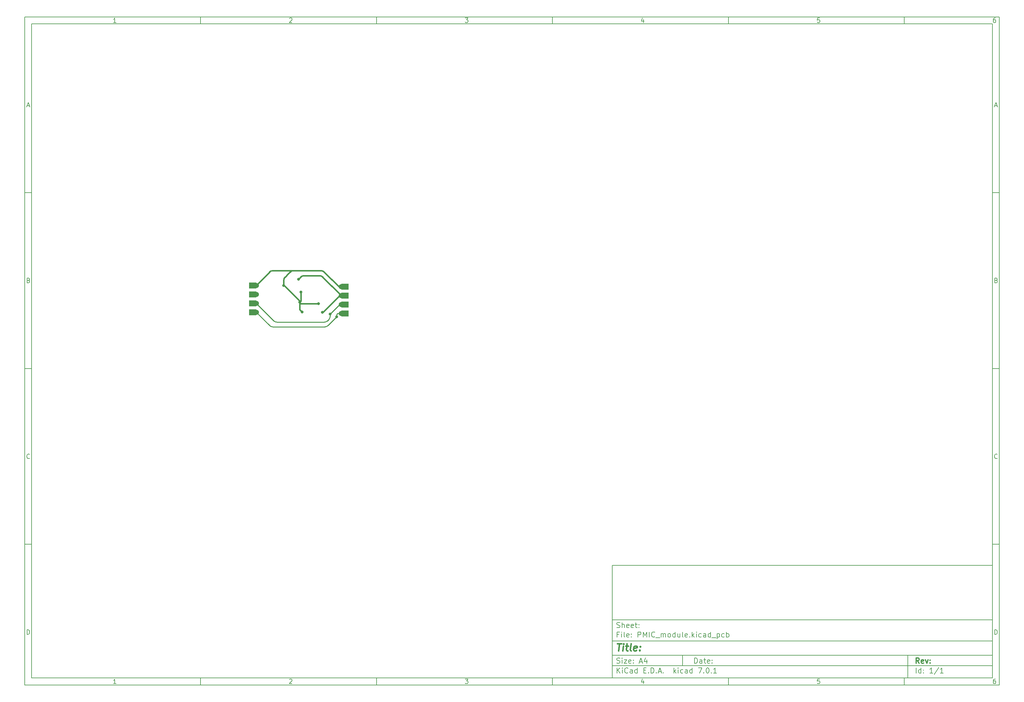
<source format=gbr>
%TF.GenerationSoftware,KiCad,Pcbnew,7.0.1*%
%TF.CreationDate,2023-09-22T10:39:05-04:00*%
%TF.ProjectId,PMIC_module,504d4943-5f6d-46f6-9475-6c652e6b6963,rev?*%
%TF.SameCoordinates,Original*%
%TF.FileFunction,Copper,L2,Bot*%
%TF.FilePolarity,Positive*%
%FSLAX46Y46*%
G04 Gerber Fmt 4.6, Leading zero omitted, Abs format (unit mm)*
G04 Created by KiCad (PCBNEW 7.0.1) date 2023-09-22 10:39:05*
%MOMM*%
%LPD*%
G01*
G04 APERTURE LIST*
%ADD10C,0.100000*%
%ADD11C,0.150000*%
%ADD12C,0.300000*%
%ADD13C,0.400000*%
%TA.AperFunction,ComponentPad*%
%ADD14C,1.524000*%
%TD*%
%TA.AperFunction,CastellatedPad*%
%ADD15R,2.000000X1.700000*%
%TD*%
%TA.AperFunction,ViaPad*%
%ADD16C,0.800000*%
%TD*%
%TA.AperFunction,Conductor*%
%ADD17C,0.406400*%
%TD*%
%TA.AperFunction,Conductor*%
%ADD18C,0.250000*%
%TD*%
G04 APERTURE END LIST*
D10*
D11*
X177002200Y-166007200D02*
X285002200Y-166007200D01*
X285002200Y-198007200D01*
X177002200Y-198007200D01*
X177002200Y-166007200D01*
D10*
D11*
X10000000Y-10000000D02*
X287002200Y-10000000D01*
X287002200Y-200007200D01*
X10000000Y-200007200D01*
X10000000Y-10000000D01*
D10*
D11*
X12000000Y-12000000D02*
X285002200Y-12000000D01*
X285002200Y-198007200D01*
X12000000Y-198007200D01*
X12000000Y-12000000D01*
D10*
D11*
X60000000Y-12000000D02*
X60000000Y-10000000D01*
D10*
D11*
X110000000Y-12000000D02*
X110000000Y-10000000D01*
D10*
D11*
X160000000Y-12000000D02*
X160000000Y-10000000D01*
D10*
D11*
X210000000Y-12000000D02*
X210000000Y-10000000D01*
D10*
D11*
X260000000Y-12000000D02*
X260000000Y-10000000D01*
D10*
D11*
X35990476Y-11601404D02*
X35247619Y-11601404D01*
X35619047Y-11601404D02*
X35619047Y-10301404D01*
X35619047Y-10301404D02*
X35495238Y-10487119D01*
X35495238Y-10487119D02*
X35371428Y-10610928D01*
X35371428Y-10610928D02*
X35247619Y-10672833D01*
D10*
D11*
X85247619Y-10425214D02*
X85309523Y-10363309D01*
X85309523Y-10363309D02*
X85433333Y-10301404D01*
X85433333Y-10301404D02*
X85742857Y-10301404D01*
X85742857Y-10301404D02*
X85866666Y-10363309D01*
X85866666Y-10363309D02*
X85928571Y-10425214D01*
X85928571Y-10425214D02*
X85990476Y-10549023D01*
X85990476Y-10549023D02*
X85990476Y-10672833D01*
X85990476Y-10672833D02*
X85928571Y-10858547D01*
X85928571Y-10858547D02*
X85185714Y-11601404D01*
X85185714Y-11601404D02*
X85990476Y-11601404D01*
D10*
D11*
X135185714Y-10301404D02*
X135990476Y-10301404D01*
X135990476Y-10301404D02*
X135557142Y-10796642D01*
X135557142Y-10796642D02*
X135742857Y-10796642D01*
X135742857Y-10796642D02*
X135866666Y-10858547D01*
X135866666Y-10858547D02*
X135928571Y-10920452D01*
X135928571Y-10920452D02*
X135990476Y-11044261D01*
X135990476Y-11044261D02*
X135990476Y-11353785D01*
X135990476Y-11353785D02*
X135928571Y-11477595D01*
X135928571Y-11477595D02*
X135866666Y-11539500D01*
X135866666Y-11539500D02*
X135742857Y-11601404D01*
X135742857Y-11601404D02*
X135371428Y-11601404D01*
X135371428Y-11601404D02*
X135247619Y-11539500D01*
X135247619Y-11539500D02*
X135185714Y-11477595D01*
D10*
D11*
X185866666Y-10734738D02*
X185866666Y-11601404D01*
X185557142Y-10239500D02*
X185247619Y-11168071D01*
X185247619Y-11168071D02*
X186052380Y-11168071D01*
D10*
D11*
X235928571Y-10301404D02*
X235309523Y-10301404D01*
X235309523Y-10301404D02*
X235247619Y-10920452D01*
X235247619Y-10920452D02*
X235309523Y-10858547D01*
X235309523Y-10858547D02*
X235433333Y-10796642D01*
X235433333Y-10796642D02*
X235742857Y-10796642D01*
X235742857Y-10796642D02*
X235866666Y-10858547D01*
X235866666Y-10858547D02*
X235928571Y-10920452D01*
X235928571Y-10920452D02*
X235990476Y-11044261D01*
X235990476Y-11044261D02*
X235990476Y-11353785D01*
X235990476Y-11353785D02*
X235928571Y-11477595D01*
X235928571Y-11477595D02*
X235866666Y-11539500D01*
X235866666Y-11539500D02*
X235742857Y-11601404D01*
X235742857Y-11601404D02*
X235433333Y-11601404D01*
X235433333Y-11601404D02*
X235309523Y-11539500D01*
X235309523Y-11539500D02*
X235247619Y-11477595D01*
D10*
D11*
X285866666Y-10301404D02*
X285619047Y-10301404D01*
X285619047Y-10301404D02*
X285495238Y-10363309D01*
X285495238Y-10363309D02*
X285433333Y-10425214D01*
X285433333Y-10425214D02*
X285309523Y-10610928D01*
X285309523Y-10610928D02*
X285247619Y-10858547D01*
X285247619Y-10858547D02*
X285247619Y-11353785D01*
X285247619Y-11353785D02*
X285309523Y-11477595D01*
X285309523Y-11477595D02*
X285371428Y-11539500D01*
X285371428Y-11539500D02*
X285495238Y-11601404D01*
X285495238Y-11601404D02*
X285742857Y-11601404D01*
X285742857Y-11601404D02*
X285866666Y-11539500D01*
X285866666Y-11539500D02*
X285928571Y-11477595D01*
X285928571Y-11477595D02*
X285990476Y-11353785D01*
X285990476Y-11353785D02*
X285990476Y-11044261D01*
X285990476Y-11044261D02*
X285928571Y-10920452D01*
X285928571Y-10920452D02*
X285866666Y-10858547D01*
X285866666Y-10858547D02*
X285742857Y-10796642D01*
X285742857Y-10796642D02*
X285495238Y-10796642D01*
X285495238Y-10796642D02*
X285371428Y-10858547D01*
X285371428Y-10858547D02*
X285309523Y-10920452D01*
X285309523Y-10920452D02*
X285247619Y-11044261D01*
D10*
D11*
X60000000Y-198007200D02*
X60000000Y-200007200D01*
D10*
D11*
X110000000Y-198007200D02*
X110000000Y-200007200D01*
D10*
D11*
X160000000Y-198007200D02*
X160000000Y-200007200D01*
D10*
D11*
X210000000Y-198007200D02*
X210000000Y-200007200D01*
D10*
D11*
X260000000Y-198007200D02*
X260000000Y-200007200D01*
D10*
D11*
X35990476Y-199608604D02*
X35247619Y-199608604D01*
X35619047Y-199608604D02*
X35619047Y-198308604D01*
X35619047Y-198308604D02*
X35495238Y-198494319D01*
X35495238Y-198494319D02*
X35371428Y-198618128D01*
X35371428Y-198618128D02*
X35247619Y-198680033D01*
D10*
D11*
X85247619Y-198432414D02*
X85309523Y-198370509D01*
X85309523Y-198370509D02*
X85433333Y-198308604D01*
X85433333Y-198308604D02*
X85742857Y-198308604D01*
X85742857Y-198308604D02*
X85866666Y-198370509D01*
X85866666Y-198370509D02*
X85928571Y-198432414D01*
X85928571Y-198432414D02*
X85990476Y-198556223D01*
X85990476Y-198556223D02*
X85990476Y-198680033D01*
X85990476Y-198680033D02*
X85928571Y-198865747D01*
X85928571Y-198865747D02*
X85185714Y-199608604D01*
X85185714Y-199608604D02*
X85990476Y-199608604D01*
D10*
D11*
X135185714Y-198308604D02*
X135990476Y-198308604D01*
X135990476Y-198308604D02*
X135557142Y-198803842D01*
X135557142Y-198803842D02*
X135742857Y-198803842D01*
X135742857Y-198803842D02*
X135866666Y-198865747D01*
X135866666Y-198865747D02*
X135928571Y-198927652D01*
X135928571Y-198927652D02*
X135990476Y-199051461D01*
X135990476Y-199051461D02*
X135990476Y-199360985D01*
X135990476Y-199360985D02*
X135928571Y-199484795D01*
X135928571Y-199484795D02*
X135866666Y-199546700D01*
X135866666Y-199546700D02*
X135742857Y-199608604D01*
X135742857Y-199608604D02*
X135371428Y-199608604D01*
X135371428Y-199608604D02*
X135247619Y-199546700D01*
X135247619Y-199546700D02*
X135185714Y-199484795D01*
D10*
D11*
X185866666Y-198741938D02*
X185866666Y-199608604D01*
X185557142Y-198246700D02*
X185247619Y-199175271D01*
X185247619Y-199175271D02*
X186052380Y-199175271D01*
D10*
D11*
X235928571Y-198308604D02*
X235309523Y-198308604D01*
X235309523Y-198308604D02*
X235247619Y-198927652D01*
X235247619Y-198927652D02*
X235309523Y-198865747D01*
X235309523Y-198865747D02*
X235433333Y-198803842D01*
X235433333Y-198803842D02*
X235742857Y-198803842D01*
X235742857Y-198803842D02*
X235866666Y-198865747D01*
X235866666Y-198865747D02*
X235928571Y-198927652D01*
X235928571Y-198927652D02*
X235990476Y-199051461D01*
X235990476Y-199051461D02*
X235990476Y-199360985D01*
X235990476Y-199360985D02*
X235928571Y-199484795D01*
X235928571Y-199484795D02*
X235866666Y-199546700D01*
X235866666Y-199546700D02*
X235742857Y-199608604D01*
X235742857Y-199608604D02*
X235433333Y-199608604D01*
X235433333Y-199608604D02*
X235309523Y-199546700D01*
X235309523Y-199546700D02*
X235247619Y-199484795D01*
D10*
D11*
X285866666Y-198308604D02*
X285619047Y-198308604D01*
X285619047Y-198308604D02*
X285495238Y-198370509D01*
X285495238Y-198370509D02*
X285433333Y-198432414D01*
X285433333Y-198432414D02*
X285309523Y-198618128D01*
X285309523Y-198618128D02*
X285247619Y-198865747D01*
X285247619Y-198865747D02*
X285247619Y-199360985D01*
X285247619Y-199360985D02*
X285309523Y-199484795D01*
X285309523Y-199484795D02*
X285371428Y-199546700D01*
X285371428Y-199546700D02*
X285495238Y-199608604D01*
X285495238Y-199608604D02*
X285742857Y-199608604D01*
X285742857Y-199608604D02*
X285866666Y-199546700D01*
X285866666Y-199546700D02*
X285928571Y-199484795D01*
X285928571Y-199484795D02*
X285990476Y-199360985D01*
X285990476Y-199360985D02*
X285990476Y-199051461D01*
X285990476Y-199051461D02*
X285928571Y-198927652D01*
X285928571Y-198927652D02*
X285866666Y-198865747D01*
X285866666Y-198865747D02*
X285742857Y-198803842D01*
X285742857Y-198803842D02*
X285495238Y-198803842D01*
X285495238Y-198803842D02*
X285371428Y-198865747D01*
X285371428Y-198865747D02*
X285309523Y-198927652D01*
X285309523Y-198927652D02*
X285247619Y-199051461D01*
D10*
D11*
X10000000Y-60000000D02*
X12000000Y-60000000D01*
D10*
D11*
X10000000Y-110000000D02*
X12000000Y-110000000D01*
D10*
D11*
X10000000Y-160000000D02*
X12000000Y-160000000D01*
D10*
D11*
X10690476Y-35229976D02*
X11309523Y-35229976D01*
X10566666Y-35601404D02*
X10999999Y-34301404D01*
X10999999Y-34301404D02*
X11433333Y-35601404D01*
D10*
D11*
X11092857Y-84920452D02*
X11278571Y-84982357D01*
X11278571Y-84982357D02*
X11340476Y-85044261D01*
X11340476Y-85044261D02*
X11402380Y-85168071D01*
X11402380Y-85168071D02*
X11402380Y-85353785D01*
X11402380Y-85353785D02*
X11340476Y-85477595D01*
X11340476Y-85477595D02*
X11278571Y-85539500D01*
X11278571Y-85539500D02*
X11154761Y-85601404D01*
X11154761Y-85601404D02*
X10659523Y-85601404D01*
X10659523Y-85601404D02*
X10659523Y-84301404D01*
X10659523Y-84301404D02*
X11092857Y-84301404D01*
X11092857Y-84301404D02*
X11216666Y-84363309D01*
X11216666Y-84363309D02*
X11278571Y-84425214D01*
X11278571Y-84425214D02*
X11340476Y-84549023D01*
X11340476Y-84549023D02*
X11340476Y-84672833D01*
X11340476Y-84672833D02*
X11278571Y-84796642D01*
X11278571Y-84796642D02*
X11216666Y-84858547D01*
X11216666Y-84858547D02*
X11092857Y-84920452D01*
X11092857Y-84920452D02*
X10659523Y-84920452D01*
D10*
D11*
X11402380Y-135477595D02*
X11340476Y-135539500D01*
X11340476Y-135539500D02*
X11154761Y-135601404D01*
X11154761Y-135601404D02*
X11030952Y-135601404D01*
X11030952Y-135601404D02*
X10845238Y-135539500D01*
X10845238Y-135539500D02*
X10721428Y-135415690D01*
X10721428Y-135415690D02*
X10659523Y-135291880D01*
X10659523Y-135291880D02*
X10597619Y-135044261D01*
X10597619Y-135044261D02*
X10597619Y-134858547D01*
X10597619Y-134858547D02*
X10659523Y-134610928D01*
X10659523Y-134610928D02*
X10721428Y-134487119D01*
X10721428Y-134487119D02*
X10845238Y-134363309D01*
X10845238Y-134363309D02*
X11030952Y-134301404D01*
X11030952Y-134301404D02*
X11154761Y-134301404D01*
X11154761Y-134301404D02*
X11340476Y-134363309D01*
X11340476Y-134363309D02*
X11402380Y-134425214D01*
D10*
D11*
X10659523Y-185601404D02*
X10659523Y-184301404D01*
X10659523Y-184301404D02*
X10969047Y-184301404D01*
X10969047Y-184301404D02*
X11154761Y-184363309D01*
X11154761Y-184363309D02*
X11278571Y-184487119D01*
X11278571Y-184487119D02*
X11340476Y-184610928D01*
X11340476Y-184610928D02*
X11402380Y-184858547D01*
X11402380Y-184858547D02*
X11402380Y-185044261D01*
X11402380Y-185044261D02*
X11340476Y-185291880D01*
X11340476Y-185291880D02*
X11278571Y-185415690D01*
X11278571Y-185415690D02*
X11154761Y-185539500D01*
X11154761Y-185539500D02*
X10969047Y-185601404D01*
X10969047Y-185601404D02*
X10659523Y-185601404D01*
D10*
D11*
X287002200Y-60000000D02*
X285002200Y-60000000D01*
D10*
D11*
X287002200Y-110000000D02*
X285002200Y-110000000D01*
D10*
D11*
X287002200Y-160000000D02*
X285002200Y-160000000D01*
D10*
D11*
X285692676Y-35229976D02*
X286311723Y-35229976D01*
X285568866Y-35601404D02*
X286002199Y-34301404D01*
X286002199Y-34301404D02*
X286435533Y-35601404D01*
D10*
D11*
X286095057Y-84920452D02*
X286280771Y-84982357D01*
X286280771Y-84982357D02*
X286342676Y-85044261D01*
X286342676Y-85044261D02*
X286404580Y-85168071D01*
X286404580Y-85168071D02*
X286404580Y-85353785D01*
X286404580Y-85353785D02*
X286342676Y-85477595D01*
X286342676Y-85477595D02*
X286280771Y-85539500D01*
X286280771Y-85539500D02*
X286156961Y-85601404D01*
X286156961Y-85601404D02*
X285661723Y-85601404D01*
X285661723Y-85601404D02*
X285661723Y-84301404D01*
X285661723Y-84301404D02*
X286095057Y-84301404D01*
X286095057Y-84301404D02*
X286218866Y-84363309D01*
X286218866Y-84363309D02*
X286280771Y-84425214D01*
X286280771Y-84425214D02*
X286342676Y-84549023D01*
X286342676Y-84549023D02*
X286342676Y-84672833D01*
X286342676Y-84672833D02*
X286280771Y-84796642D01*
X286280771Y-84796642D02*
X286218866Y-84858547D01*
X286218866Y-84858547D02*
X286095057Y-84920452D01*
X286095057Y-84920452D02*
X285661723Y-84920452D01*
D10*
D11*
X286404580Y-135477595D02*
X286342676Y-135539500D01*
X286342676Y-135539500D02*
X286156961Y-135601404D01*
X286156961Y-135601404D02*
X286033152Y-135601404D01*
X286033152Y-135601404D02*
X285847438Y-135539500D01*
X285847438Y-135539500D02*
X285723628Y-135415690D01*
X285723628Y-135415690D02*
X285661723Y-135291880D01*
X285661723Y-135291880D02*
X285599819Y-135044261D01*
X285599819Y-135044261D02*
X285599819Y-134858547D01*
X285599819Y-134858547D02*
X285661723Y-134610928D01*
X285661723Y-134610928D02*
X285723628Y-134487119D01*
X285723628Y-134487119D02*
X285847438Y-134363309D01*
X285847438Y-134363309D02*
X286033152Y-134301404D01*
X286033152Y-134301404D02*
X286156961Y-134301404D01*
X286156961Y-134301404D02*
X286342676Y-134363309D01*
X286342676Y-134363309D02*
X286404580Y-134425214D01*
D10*
D11*
X285661723Y-185601404D02*
X285661723Y-184301404D01*
X285661723Y-184301404D02*
X285971247Y-184301404D01*
X285971247Y-184301404D02*
X286156961Y-184363309D01*
X286156961Y-184363309D02*
X286280771Y-184487119D01*
X286280771Y-184487119D02*
X286342676Y-184610928D01*
X286342676Y-184610928D02*
X286404580Y-184858547D01*
X286404580Y-184858547D02*
X286404580Y-185044261D01*
X286404580Y-185044261D02*
X286342676Y-185291880D01*
X286342676Y-185291880D02*
X286280771Y-185415690D01*
X286280771Y-185415690D02*
X286156961Y-185539500D01*
X286156961Y-185539500D02*
X285971247Y-185601404D01*
X285971247Y-185601404D02*
X285661723Y-185601404D01*
D10*
D11*
X200359342Y-193801128D02*
X200359342Y-192301128D01*
X200359342Y-192301128D02*
X200716485Y-192301128D01*
X200716485Y-192301128D02*
X200930771Y-192372557D01*
X200930771Y-192372557D02*
X201073628Y-192515414D01*
X201073628Y-192515414D02*
X201145057Y-192658271D01*
X201145057Y-192658271D02*
X201216485Y-192943985D01*
X201216485Y-192943985D02*
X201216485Y-193158271D01*
X201216485Y-193158271D02*
X201145057Y-193443985D01*
X201145057Y-193443985D02*
X201073628Y-193586842D01*
X201073628Y-193586842D02*
X200930771Y-193729700D01*
X200930771Y-193729700D02*
X200716485Y-193801128D01*
X200716485Y-193801128D02*
X200359342Y-193801128D01*
X202502200Y-193801128D02*
X202502200Y-193015414D01*
X202502200Y-193015414D02*
X202430771Y-192872557D01*
X202430771Y-192872557D02*
X202287914Y-192801128D01*
X202287914Y-192801128D02*
X202002200Y-192801128D01*
X202002200Y-192801128D02*
X201859342Y-192872557D01*
X202502200Y-193729700D02*
X202359342Y-193801128D01*
X202359342Y-193801128D02*
X202002200Y-193801128D01*
X202002200Y-193801128D02*
X201859342Y-193729700D01*
X201859342Y-193729700D02*
X201787914Y-193586842D01*
X201787914Y-193586842D02*
X201787914Y-193443985D01*
X201787914Y-193443985D02*
X201859342Y-193301128D01*
X201859342Y-193301128D02*
X202002200Y-193229700D01*
X202002200Y-193229700D02*
X202359342Y-193229700D01*
X202359342Y-193229700D02*
X202502200Y-193158271D01*
X203002200Y-192801128D02*
X203573628Y-192801128D01*
X203216485Y-192301128D02*
X203216485Y-193586842D01*
X203216485Y-193586842D02*
X203287914Y-193729700D01*
X203287914Y-193729700D02*
X203430771Y-193801128D01*
X203430771Y-193801128D02*
X203573628Y-193801128D01*
X204645057Y-193729700D02*
X204502200Y-193801128D01*
X204502200Y-193801128D02*
X204216486Y-193801128D01*
X204216486Y-193801128D02*
X204073628Y-193729700D01*
X204073628Y-193729700D02*
X204002200Y-193586842D01*
X204002200Y-193586842D02*
X204002200Y-193015414D01*
X204002200Y-193015414D02*
X204073628Y-192872557D01*
X204073628Y-192872557D02*
X204216486Y-192801128D01*
X204216486Y-192801128D02*
X204502200Y-192801128D01*
X204502200Y-192801128D02*
X204645057Y-192872557D01*
X204645057Y-192872557D02*
X204716486Y-193015414D01*
X204716486Y-193015414D02*
X204716486Y-193158271D01*
X204716486Y-193158271D02*
X204002200Y-193301128D01*
X205359342Y-193658271D02*
X205430771Y-193729700D01*
X205430771Y-193729700D02*
X205359342Y-193801128D01*
X205359342Y-193801128D02*
X205287914Y-193729700D01*
X205287914Y-193729700D02*
X205359342Y-193658271D01*
X205359342Y-193658271D02*
X205359342Y-193801128D01*
X205359342Y-192872557D02*
X205430771Y-192943985D01*
X205430771Y-192943985D02*
X205359342Y-193015414D01*
X205359342Y-193015414D02*
X205287914Y-192943985D01*
X205287914Y-192943985D02*
X205359342Y-192872557D01*
X205359342Y-192872557D02*
X205359342Y-193015414D01*
D10*
D11*
X177002200Y-194507200D02*
X285002200Y-194507200D01*
D10*
D11*
X178359342Y-196601128D02*
X178359342Y-195101128D01*
X179216485Y-196601128D02*
X178573628Y-195743985D01*
X179216485Y-195101128D02*
X178359342Y-195958271D01*
X179859342Y-196601128D02*
X179859342Y-195601128D01*
X179859342Y-195101128D02*
X179787914Y-195172557D01*
X179787914Y-195172557D02*
X179859342Y-195243985D01*
X179859342Y-195243985D02*
X179930771Y-195172557D01*
X179930771Y-195172557D02*
X179859342Y-195101128D01*
X179859342Y-195101128D02*
X179859342Y-195243985D01*
X181430771Y-196458271D02*
X181359343Y-196529700D01*
X181359343Y-196529700D02*
X181145057Y-196601128D01*
X181145057Y-196601128D02*
X181002200Y-196601128D01*
X181002200Y-196601128D02*
X180787914Y-196529700D01*
X180787914Y-196529700D02*
X180645057Y-196386842D01*
X180645057Y-196386842D02*
X180573628Y-196243985D01*
X180573628Y-196243985D02*
X180502200Y-195958271D01*
X180502200Y-195958271D02*
X180502200Y-195743985D01*
X180502200Y-195743985D02*
X180573628Y-195458271D01*
X180573628Y-195458271D02*
X180645057Y-195315414D01*
X180645057Y-195315414D02*
X180787914Y-195172557D01*
X180787914Y-195172557D02*
X181002200Y-195101128D01*
X181002200Y-195101128D02*
X181145057Y-195101128D01*
X181145057Y-195101128D02*
X181359343Y-195172557D01*
X181359343Y-195172557D02*
X181430771Y-195243985D01*
X182716486Y-196601128D02*
X182716486Y-195815414D01*
X182716486Y-195815414D02*
X182645057Y-195672557D01*
X182645057Y-195672557D02*
X182502200Y-195601128D01*
X182502200Y-195601128D02*
X182216486Y-195601128D01*
X182216486Y-195601128D02*
X182073628Y-195672557D01*
X182716486Y-196529700D02*
X182573628Y-196601128D01*
X182573628Y-196601128D02*
X182216486Y-196601128D01*
X182216486Y-196601128D02*
X182073628Y-196529700D01*
X182073628Y-196529700D02*
X182002200Y-196386842D01*
X182002200Y-196386842D02*
X182002200Y-196243985D01*
X182002200Y-196243985D02*
X182073628Y-196101128D01*
X182073628Y-196101128D02*
X182216486Y-196029700D01*
X182216486Y-196029700D02*
X182573628Y-196029700D01*
X182573628Y-196029700D02*
X182716486Y-195958271D01*
X184073629Y-196601128D02*
X184073629Y-195101128D01*
X184073629Y-196529700D02*
X183930771Y-196601128D01*
X183930771Y-196601128D02*
X183645057Y-196601128D01*
X183645057Y-196601128D02*
X183502200Y-196529700D01*
X183502200Y-196529700D02*
X183430771Y-196458271D01*
X183430771Y-196458271D02*
X183359343Y-196315414D01*
X183359343Y-196315414D02*
X183359343Y-195886842D01*
X183359343Y-195886842D02*
X183430771Y-195743985D01*
X183430771Y-195743985D02*
X183502200Y-195672557D01*
X183502200Y-195672557D02*
X183645057Y-195601128D01*
X183645057Y-195601128D02*
X183930771Y-195601128D01*
X183930771Y-195601128D02*
X184073629Y-195672557D01*
X185930771Y-195815414D02*
X186430771Y-195815414D01*
X186645057Y-196601128D02*
X185930771Y-196601128D01*
X185930771Y-196601128D02*
X185930771Y-195101128D01*
X185930771Y-195101128D02*
X186645057Y-195101128D01*
X187287914Y-196458271D02*
X187359343Y-196529700D01*
X187359343Y-196529700D02*
X187287914Y-196601128D01*
X187287914Y-196601128D02*
X187216486Y-196529700D01*
X187216486Y-196529700D02*
X187287914Y-196458271D01*
X187287914Y-196458271D02*
X187287914Y-196601128D01*
X188002200Y-196601128D02*
X188002200Y-195101128D01*
X188002200Y-195101128D02*
X188359343Y-195101128D01*
X188359343Y-195101128D02*
X188573629Y-195172557D01*
X188573629Y-195172557D02*
X188716486Y-195315414D01*
X188716486Y-195315414D02*
X188787915Y-195458271D01*
X188787915Y-195458271D02*
X188859343Y-195743985D01*
X188859343Y-195743985D02*
X188859343Y-195958271D01*
X188859343Y-195958271D02*
X188787915Y-196243985D01*
X188787915Y-196243985D02*
X188716486Y-196386842D01*
X188716486Y-196386842D02*
X188573629Y-196529700D01*
X188573629Y-196529700D02*
X188359343Y-196601128D01*
X188359343Y-196601128D02*
X188002200Y-196601128D01*
X189502200Y-196458271D02*
X189573629Y-196529700D01*
X189573629Y-196529700D02*
X189502200Y-196601128D01*
X189502200Y-196601128D02*
X189430772Y-196529700D01*
X189430772Y-196529700D02*
X189502200Y-196458271D01*
X189502200Y-196458271D02*
X189502200Y-196601128D01*
X190145058Y-196172557D02*
X190859344Y-196172557D01*
X190002201Y-196601128D02*
X190502201Y-195101128D01*
X190502201Y-195101128D02*
X191002201Y-196601128D01*
X191502200Y-196458271D02*
X191573629Y-196529700D01*
X191573629Y-196529700D02*
X191502200Y-196601128D01*
X191502200Y-196601128D02*
X191430772Y-196529700D01*
X191430772Y-196529700D02*
X191502200Y-196458271D01*
X191502200Y-196458271D02*
X191502200Y-196601128D01*
X194502200Y-196601128D02*
X194502200Y-195101128D01*
X194645058Y-196029700D02*
X195073629Y-196601128D01*
X195073629Y-195601128D02*
X194502200Y-196172557D01*
X195716486Y-196601128D02*
X195716486Y-195601128D01*
X195716486Y-195101128D02*
X195645058Y-195172557D01*
X195645058Y-195172557D02*
X195716486Y-195243985D01*
X195716486Y-195243985D02*
X195787915Y-195172557D01*
X195787915Y-195172557D02*
X195716486Y-195101128D01*
X195716486Y-195101128D02*
X195716486Y-195243985D01*
X197073630Y-196529700D02*
X196930772Y-196601128D01*
X196930772Y-196601128D02*
X196645058Y-196601128D01*
X196645058Y-196601128D02*
X196502201Y-196529700D01*
X196502201Y-196529700D02*
X196430772Y-196458271D01*
X196430772Y-196458271D02*
X196359344Y-196315414D01*
X196359344Y-196315414D02*
X196359344Y-195886842D01*
X196359344Y-195886842D02*
X196430772Y-195743985D01*
X196430772Y-195743985D02*
X196502201Y-195672557D01*
X196502201Y-195672557D02*
X196645058Y-195601128D01*
X196645058Y-195601128D02*
X196930772Y-195601128D01*
X196930772Y-195601128D02*
X197073630Y-195672557D01*
X198359344Y-196601128D02*
X198359344Y-195815414D01*
X198359344Y-195815414D02*
X198287915Y-195672557D01*
X198287915Y-195672557D02*
X198145058Y-195601128D01*
X198145058Y-195601128D02*
X197859344Y-195601128D01*
X197859344Y-195601128D02*
X197716486Y-195672557D01*
X198359344Y-196529700D02*
X198216486Y-196601128D01*
X198216486Y-196601128D02*
X197859344Y-196601128D01*
X197859344Y-196601128D02*
X197716486Y-196529700D01*
X197716486Y-196529700D02*
X197645058Y-196386842D01*
X197645058Y-196386842D02*
X197645058Y-196243985D01*
X197645058Y-196243985D02*
X197716486Y-196101128D01*
X197716486Y-196101128D02*
X197859344Y-196029700D01*
X197859344Y-196029700D02*
X198216486Y-196029700D01*
X198216486Y-196029700D02*
X198359344Y-195958271D01*
X199716487Y-196601128D02*
X199716487Y-195101128D01*
X199716487Y-196529700D02*
X199573629Y-196601128D01*
X199573629Y-196601128D02*
X199287915Y-196601128D01*
X199287915Y-196601128D02*
X199145058Y-196529700D01*
X199145058Y-196529700D02*
X199073629Y-196458271D01*
X199073629Y-196458271D02*
X199002201Y-196315414D01*
X199002201Y-196315414D02*
X199002201Y-195886842D01*
X199002201Y-195886842D02*
X199073629Y-195743985D01*
X199073629Y-195743985D02*
X199145058Y-195672557D01*
X199145058Y-195672557D02*
X199287915Y-195601128D01*
X199287915Y-195601128D02*
X199573629Y-195601128D01*
X199573629Y-195601128D02*
X199716487Y-195672557D01*
X201430772Y-195101128D02*
X202430772Y-195101128D01*
X202430772Y-195101128D02*
X201787915Y-196601128D01*
X203002200Y-196458271D02*
X203073629Y-196529700D01*
X203073629Y-196529700D02*
X203002200Y-196601128D01*
X203002200Y-196601128D02*
X202930772Y-196529700D01*
X202930772Y-196529700D02*
X203002200Y-196458271D01*
X203002200Y-196458271D02*
X203002200Y-196601128D01*
X204002201Y-195101128D02*
X204145058Y-195101128D01*
X204145058Y-195101128D02*
X204287915Y-195172557D01*
X204287915Y-195172557D02*
X204359344Y-195243985D01*
X204359344Y-195243985D02*
X204430772Y-195386842D01*
X204430772Y-195386842D02*
X204502201Y-195672557D01*
X204502201Y-195672557D02*
X204502201Y-196029700D01*
X204502201Y-196029700D02*
X204430772Y-196315414D01*
X204430772Y-196315414D02*
X204359344Y-196458271D01*
X204359344Y-196458271D02*
X204287915Y-196529700D01*
X204287915Y-196529700D02*
X204145058Y-196601128D01*
X204145058Y-196601128D02*
X204002201Y-196601128D01*
X204002201Y-196601128D02*
X203859344Y-196529700D01*
X203859344Y-196529700D02*
X203787915Y-196458271D01*
X203787915Y-196458271D02*
X203716486Y-196315414D01*
X203716486Y-196315414D02*
X203645058Y-196029700D01*
X203645058Y-196029700D02*
X203645058Y-195672557D01*
X203645058Y-195672557D02*
X203716486Y-195386842D01*
X203716486Y-195386842D02*
X203787915Y-195243985D01*
X203787915Y-195243985D02*
X203859344Y-195172557D01*
X203859344Y-195172557D02*
X204002201Y-195101128D01*
X205145057Y-196458271D02*
X205216486Y-196529700D01*
X205216486Y-196529700D02*
X205145057Y-196601128D01*
X205145057Y-196601128D02*
X205073629Y-196529700D01*
X205073629Y-196529700D02*
X205145057Y-196458271D01*
X205145057Y-196458271D02*
X205145057Y-196601128D01*
X206645058Y-196601128D02*
X205787915Y-196601128D01*
X206216486Y-196601128D02*
X206216486Y-195101128D01*
X206216486Y-195101128D02*
X206073629Y-195315414D01*
X206073629Y-195315414D02*
X205930772Y-195458271D01*
X205930772Y-195458271D02*
X205787915Y-195529700D01*
D10*
D11*
X177002200Y-191507200D02*
X285002200Y-191507200D01*
D10*
D12*
X264216485Y-193801128D02*
X263716485Y-193086842D01*
X263359342Y-193801128D02*
X263359342Y-192301128D01*
X263359342Y-192301128D02*
X263930771Y-192301128D01*
X263930771Y-192301128D02*
X264073628Y-192372557D01*
X264073628Y-192372557D02*
X264145057Y-192443985D01*
X264145057Y-192443985D02*
X264216485Y-192586842D01*
X264216485Y-192586842D02*
X264216485Y-192801128D01*
X264216485Y-192801128D02*
X264145057Y-192943985D01*
X264145057Y-192943985D02*
X264073628Y-193015414D01*
X264073628Y-193015414D02*
X263930771Y-193086842D01*
X263930771Y-193086842D02*
X263359342Y-193086842D01*
X265430771Y-193729700D02*
X265287914Y-193801128D01*
X265287914Y-193801128D02*
X265002200Y-193801128D01*
X265002200Y-193801128D02*
X264859342Y-193729700D01*
X264859342Y-193729700D02*
X264787914Y-193586842D01*
X264787914Y-193586842D02*
X264787914Y-193015414D01*
X264787914Y-193015414D02*
X264859342Y-192872557D01*
X264859342Y-192872557D02*
X265002200Y-192801128D01*
X265002200Y-192801128D02*
X265287914Y-192801128D01*
X265287914Y-192801128D02*
X265430771Y-192872557D01*
X265430771Y-192872557D02*
X265502200Y-193015414D01*
X265502200Y-193015414D02*
X265502200Y-193158271D01*
X265502200Y-193158271D02*
X264787914Y-193301128D01*
X266002199Y-192801128D02*
X266359342Y-193801128D01*
X266359342Y-193801128D02*
X266716485Y-192801128D01*
X267287913Y-193658271D02*
X267359342Y-193729700D01*
X267359342Y-193729700D02*
X267287913Y-193801128D01*
X267287913Y-193801128D02*
X267216485Y-193729700D01*
X267216485Y-193729700D02*
X267287913Y-193658271D01*
X267287913Y-193658271D02*
X267287913Y-193801128D01*
X267287913Y-192872557D02*
X267359342Y-192943985D01*
X267359342Y-192943985D02*
X267287913Y-193015414D01*
X267287913Y-193015414D02*
X267216485Y-192943985D01*
X267216485Y-192943985D02*
X267287913Y-192872557D01*
X267287913Y-192872557D02*
X267287913Y-193015414D01*
D10*
D11*
X178287914Y-193729700D02*
X178502200Y-193801128D01*
X178502200Y-193801128D02*
X178859342Y-193801128D01*
X178859342Y-193801128D02*
X179002200Y-193729700D01*
X179002200Y-193729700D02*
X179073628Y-193658271D01*
X179073628Y-193658271D02*
X179145057Y-193515414D01*
X179145057Y-193515414D02*
X179145057Y-193372557D01*
X179145057Y-193372557D02*
X179073628Y-193229700D01*
X179073628Y-193229700D02*
X179002200Y-193158271D01*
X179002200Y-193158271D02*
X178859342Y-193086842D01*
X178859342Y-193086842D02*
X178573628Y-193015414D01*
X178573628Y-193015414D02*
X178430771Y-192943985D01*
X178430771Y-192943985D02*
X178359342Y-192872557D01*
X178359342Y-192872557D02*
X178287914Y-192729700D01*
X178287914Y-192729700D02*
X178287914Y-192586842D01*
X178287914Y-192586842D02*
X178359342Y-192443985D01*
X178359342Y-192443985D02*
X178430771Y-192372557D01*
X178430771Y-192372557D02*
X178573628Y-192301128D01*
X178573628Y-192301128D02*
X178930771Y-192301128D01*
X178930771Y-192301128D02*
X179145057Y-192372557D01*
X179787913Y-193801128D02*
X179787913Y-192801128D01*
X179787913Y-192301128D02*
X179716485Y-192372557D01*
X179716485Y-192372557D02*
X179787913Y-192443985D01*
X179787913Y-192443985D02*
X179859342Y-192372557D01*
X179859342Y-192372557D02*
X179787913Y-192301128D01*
X179787913Y-192301128D02*
X179787913Y-192443985D01*
X180359342Y-192801128D02*
X181145057Y-192801128D01*
X181145057Y-192801128D02*
X180359342Y-193801128D01*
X180359342Y-193801128D02*
X181145057Y-193801128D01*
X182287914Y-193729700D02*
X182145057Y-193801128D01*
X182145057Y-193801128D02*
X181859343Y-193801128D01*
X181859343Y-193801128D02*
X181716485Y-193729700D01*
X181716485Y-193729700D02*
X181645057Y-193586842D01*
X181645057Y-193586842D02*
X181645057Y-193015414D01*
X181645057Y-193015414D02*
X181716485Y-192872557D01*
X181716485Y-192872557D02*
X181859343Y-192801128D01*
X181859343Y-192801128D02*
X182145057Y-192801128D01*
X182145057Y-192801128D02*
X182287914Y-192872557D01*
X182287914Y-192872557D02*
X182359343Y-193015414D01*
X182359343Y-193015414D02*
X182359343Y-193158271D01*
X182359343Y-193158271D02*
X181645057Y-193301128D01*
X183002199Y-193658271D02*
X183073628Y-193729700D01*
X183073628Y-193729700D02*
X183002199Y-193801128D01*
X183002199Y-193801128D02*
X182930771Y-193729700D01*
X182930771Y-193729700D02*
X183002199Y-193658271D01*
X183002199Y-193658271D02*
X183002199Y-193801128D01*
X183002199Y-192872557D02*
X183073628Y-192943985D01*
X183073628Y-192943985D02*
X183002199Y-193015414D01*
X183002199Y-193015414D02*
X182930771Y-192943985D01*
X182930771Y-192943985D02*
X183002199Y-192872557D01*
X183002199Y-192872557D02*
X183002199Y-193015414D01*
X184787914Y-193372557D02*
X185502200Y-193372557D01*
X184645057Y-193801128D02*
X185145057Y-192301128D01*
X185145057Y-192301128D02*
X185645057Y-193801128D01*
X186787914Y-192801128D02*
X186787914Y-193801128D01*
X186430771Y-192229700D02*
X186073628Y-193301128D01*
X186073628Y-193301128D02*
X187002199Y-193301128D01*
D10*
D11*
X263359342Y-196601128D02*
X263359342Y-195101128D01*
X264716486Y-196601128D02*
X264716486Y-195101128D01*
X264716486Y-196529700D02*
X264573628Y-196601128D01*
X264573628Y-196601128D02*
X264287914Y-196601128D01*
X264287914Y-196601128D02*
X264145057Y-196529700D01*
X264145057Y-196529700D02*
X264073628Y-196458271D01*
X264073628Y-196458271D02*
X264002200Y-196315414D01*
X264002200Y-196315414D02*
X264002200Y-195886842D01*
X264002200Y-195886842D02*
X264073628Y-195743985D01*
X264073628Y-195743985D02*
X264145057Y-195672557D01*
X264145057Y-195672557D02*
X264287914Y-195601128D01*
X264287914Y-195601128D02*
X264573628Y-195601128D01*
X264573628Y-195601128D02*
X264716486Y-195672557D01*
X265430771Y-196458271D02*
X265502200Y-196529700D01*
X265502200Y-196529700D02*
X265430771Y-196601128D01*
X265430771Y-196601128D02*
X265359343Y-196529700D01*
X265359343Y-196529700D02*
X265430771Y-196458271D01*
X265430771Y-196458271D02*
X265430771Y-196601128D01*
X265430771Y-195672557D02*
X265502200Y-195743985D01*
X265502200Y-195743985D02*
X265430771Y-195815414D01*
X265430771Y-195815414D02*
X265359343Y-195743985D01*
X265359343Y-195743985D02*
X265430771Y-195672557D01*
X265430771Y-195672557D02*
X265430771Y-195815414D01*
X268073629Y-196601128D02*
X267216486Y-196601128D01*
X267645057Y-196601128D02*
X267645057Y-195101128D01*
X267645057Y-195101128D02*
X267502200Y-195315414D01*
X267502200Y-195315414D02*
X267359343Y-195458271D01*
X267359343Y-195458271D02*
X267216486Y-195529700D01*
X269787914Y-195029700D02*
X268502200Y-196958271D01*
X271073629Y-196601128D02*
X270216486Y-196601128D01*
X270645057Y-196601128D02*
X270645057Y-195101128D01*
X270645057Y-195101128D02*
X270502200Y-195315414D01*
X270502200Y-195315414D02*
X270359343Y-195458271D01*
X270359343Y-195458271D02*
X270216486Y-195529700D01*
D10*
D11*
X177002200Y-187507200D02*
X285002200Y-187507200D01*
D10*
D13*
X178430771Y-188232438D02*
X179573628Y-188232438D01*
X178752200Y-190232438D02*
X179002200Y-188232438D01*
X179978390Y-190232438D02*
X180145057Y-188899104D01*
X180228390Y-188232438D02*
X180121247Y-188327676D01*
X180121247Y-188327676D02*
X180204581Y-188422914D01*
X180204581Y-188422914D02*
X180311724Y-188327676D01*
X180311724Y-188327676D02*
X180228390Y-188232438D01*
X180228390Y-188232438D02*
X180204581Y-188422914D01*
X180799819Y-188899104D02*
X181561723Y-188899104D01*
X181168866Y-188232438D02*
X180954581Y-189946723D01*
X180954581Y-189946723D02*
X181026009Y-190137200D01*
X181026009Y-190137200D02*
X181204581Y-190232438D01*
X181204581Y-190232438D02*
X181395057Y-190232438D01*
X182335533Y-190232438D02*
X182156961Y-190137200D01*
X182156961Y-190137200D02*
X182085533Y-189946723D01*
X182085533Y-189946723D02*
X182299818Y-188232438D01*
X183859342Y-190137200D02*
X183656961Y-190232438D01*
X183656961Y-190232438D02*
X183276008Y-190232438D01*
X183276008Y-190232438D02*
X183097437Y-190137200D01*
X183097437Y-190137200D02*
X183026008Y-189946723D01*
X183026008Y-189946723D02*
X183121247Y-189184819D01*
X183121247Y-189184819D02*
X183240294Y-188994342D01*
X183240294Y-188994342D02*
X183442675Y-188899104D01*
X183442675Y-188899104D02*
X183823627Y-188899104D01*
X183823627Y-188899104D02*
X184002199Y-188994342D01*
X184002199Y-188994342D02*
X184073627Y-189184819D01*
X184073627Y-189184819D02*
X184049818Y-189375295D01*
X184049818Y-189375295D02*
X183073627Y-189565771D01*
X184811723Y-190041961D02*
X184895056Y-190137200D01*
X184895056Y-190137200D02*
X184787913Y-190232438D01*
X184787913Y-190232438D02*
X184704580Y-190137200D01*
X184704580Y-190137200D02*
X184811723Y-190041961D01*
X184811723Y-190041961D02*
X184787913Y-190232438D01*
X184942675Y-188994342D02*
X185026008Y-189089580D01*
X185026008Y-189089580D02*
X184918866Y-189184819D01*
X184918866Y-189184819D02*
X184835532Y-189089580D01*
X184835532Y-189089580D02*
X184942675Y-188994342D01*
X184942675Y-188994342D02*
X184918866Y-189184819D01*
D10*
D11*
X178859342Y-185615414D02*
X178359342Y-185615414D01*
X178359342Y-186401128D02*
X178359342Y-184901128D01*
X178359342Y-184901128D02*
X179073628Y-184901128D01*
X179645056Y-186401128D02*
X179645056Y-185401128D01*
X179645056Y-184901128D02*
X179573628Y-184972557D01*
X179573628Y-184972557D02*
X179645056Y-185043985D01*
X179645056Y-185043985D02*
X179716485Y-184972557D01*
X179716485Y-184972557D02*
X179645056Y-184901128D01*
X179645056Y-184901128D02*
X179645056Y-185043985D01*
X180573628Y-186401128D02*
X180430771Y-186329700D01*
X180430771Y-186329700D02*
X180359342Y-186186842D01*
X180359342Y-186186842D02*
X180359342Y-184901128D01*
X181716485Y-186329700D02*
X181573628Y-186401128D01*
X181573628Y-186401128D02*
X181287914Y-186401128D01*
X181287914Y-186401128D02*
X181145056Y-186329700D01*
X181145056Y-186329700D02*
X181073628Y-186186842D01*
X181073628Y-186186842D02*
X181073628Y-185615414D01*
X181073628Y-185615414D02*
X181145056Y-185472557D01*
X181145056Y-185472557D02*
X181287914Y-185401128D01*
X181287914Y-185401128D02*
X181573628Y-185401128D01*
X181573628Y-185401128D02*
X181716485Y-185472557D01*
X181716485Y-185472557D02*
X181787914Y-185615414D01*
X181787914Y-185615414D02*
X181787914Y-185758271D01*
X181787914Y-185758271D02*
X181073628Y-185901128D01*
X182430770Y-186258271D02*
X182502199Y-186329700D01*
X182502199Y-186329700D02*
X182430770Y-186401128D01*
X182430770Y-186401128D02*
X182359342Y-186329700D01*
X182359342Y-186329700D02*
X182430770Y-186258271D01*
X182430770Y-186258271D02*
X182430770Y-186401128D01*
X182430770Y-185472557D02*
X182502199Y-185543985D01*
X182502199Y-185543985D02*
X182430770Y-185615414D01*
X182430770Y-185615414D02*
X182359342Y-185543985D01*
X182359342Y-185543985D02*
X182430770Y-185472557D01*
X182430770Y-185472557D02*
X182430770Y-185615414D01*
X184287913Y-186401128D02*
X184287913Y-184901128D01*
X184287913Y-184901128D02*
X184859342Y-184901128D01*
X184859342Y-184901128D02*
X185002199Y-184972557D01*
X185002199Y-184972557D02*
X185073628Y-185043985D01*
X185073628Y-185043985D02*
X185145056Y-185186842D01*
X185145056Y-185186842D02*
X185145056Y-185401128D01*
X185145056Y-185401128D02*
X185073628Y-185543985D01*
X185073628Y-185543985D02*
X185002199Y-185615414D01*
X185002199Y-185615414D02*
X184859342Y-185686842D01*
X184859342Y-185686842D02*
X184287913Y-185686842D01*
X185787913Y-186401128D02*
X185787913Y-184901128D01*
X185787913Y-184901128D02*
X186287913Y-185972557D01*
X186287913Y-185972557D02*
X186787913Y-184901128D01*
X186787913Y-184901128D02*
X186787913Y-186401128D01*
X187502199Y-186401128D02*
X187502199Y-184901128D01*
X189073628Y-186258271D02*
X189002200Y-186329700D01*
X189002200Y-186329700D02*
X188787914Y-186401128D01*
X188787914Y-186401128D02*
X188645057Y-186401128D01*
X188645057Y-186401128D02*
X188430771Y-186329700D01*
X188430771Y-186329700D02*
X188287914Y-186186842D01*
X188287914Y-186186842D02*
X188216485Y-186043985D01*
X188216485Y-186043985D02*
X188145057Y-185758271D01*
X188145057Y-185758271D02*
X188145057Y-185543985D01*
X188145057Y-185543985D02*
X188216485Y-185258271D01*
X188216485Y-185258271D02*
X188287914Y-185115414D01*
X188287914Y-185115414D02*
X188430771Y-184972557D01*
X188430771Y-184972557D02*
X188645057Y-184901128D01*
X188645057Y-184901128D02*
X188787914Y-184901128D01*
X188787914Y-184901128D02*
X189002200Y-184972557D01*
X189002200Y-184972557D02*
X189073628Y-185043985D01*
X189359343Y-186543985D02*
X190502200Y-186543985D01*
X190859342Y-186401128D02*
X190859342Y-185401128D01*
X190859342Y-185543985D02*
X190930771Y-185472557D01*
X190930771Y-185472557D02*
X191073628Y-185401128D01*
X191073628Y-185401128D02*
X191287914Y-185401128D01*
X191287914Y-185401128D02*
X191430771Y-185472557D01*
X191430771Y-185472557D02*
X191502200Y-185615414D01*
X191502200Y-185615414D02*
X191502200Y-186401128D01*
X191502200Y-185615414D02*
X191573628Y-185472557D01*
X191573628Y-185472557D02*
X191716485Y-185401128D01*
X191716485Y-185401128D02*
X191930771Y-185401128D01*
X191930771Y-185401128D02*
X192073628Y-185472557D01*
X192073628Y-185472557D02*
X192145057Y-185615414D01*
X192145057Y-185615414D02*
X192145057Y-186401128D01*
X193073628Y-186401128D02*
X192930771Y-186329700D01*
X192930771Y-186329700D02*
X192859342Y-186258271D01*
X192859342Y-186258271D02*
X192787914Y-186115414D01*
X192787914Y-186115414D02*
X192787914Y-185686842D01*
X192787914Y-185686842D02*
X192859342Y-185543985D01*
X192859342Y-185543985D02*
X192930771Y-185472557D01*
X192930771Y-185472557D02*
X193073628Y-185401128D01*
X193073628Y-185401128D02*
X193287914Y-185401128D01*
X193287914Y-185401128D02*
X193430771Y-185472557D01*
X193430771Y-185472557D02*
X193502200Y-185543985D01*
X193502200Y-185543985D02*
X193573628Y-185686842D01*
X193573628Y-185686842D02*
X193573628Y-186115414D01*
X193573628Y-186115414D02*
X193502200Y-186258271D01*
X193502200Y-186258271D02*
X193430771Y-186329700D01*
X193430771Y-186329700D02*
X193287914Y-186401128D01*
X193287914Y-186401128D02*
X193073628Y-186401128D01*
X194859343Y-186401128D02*
X194859343Y-184901128D01*
X194859343Y-186329700D02*
X194716485Y-186401128D01*
X194716485Y-186401128D02*
X194430771Y-186401128D01*
X194430771Y-186401128D02*
X194287914Y-186329700D01*
X194287914Y-186329700D02*
X194216485Y-186258271D01*
X194216485Y-186258271D02*
X194145057Y-186115414D01*
X194145057Y-186115414D02*
X194145057Y-185686842D01*
X194145057Y-185686842D02*
X194216485Y-185543985D01*
X194216485Y-185543985D02*
X194287914Y-185472557D01*
X194287914Y-185472557D02*
X194430771Y-185401128D01*
X194430771Y-185401128D02*
X194716485Y-185401128D01*
X194716485Y-185401128D02*
X194859343Y-185472557D01*
X196216486Y-185401128D02*
X196216486Y-186401128D01*
X195573628Y-185401128D02*
X195573628Y-186186842D01*
X195573628Y-186186842D02*
X195645057Y-186329700D01*
X195645057Y-186329700D02*
X195787914Y-186401128D01*
X195787914Y-186401128D02*
X196002200Y-186401128D01*
X196002200Y-186401128D02*
X196145057Y-186329700D01*
X196145057Y-186329700D02*
X196216486Y-186258271D01*
X197145057Y-186401128D02*
X197002200Y-186329700D01*
X197002200Y-186329700D02*
X196930771Y-186186842D01*
X196930771Y-186186842D02*
X196930771Y-184901128D01*
X198287914Y-186329700D02*
X198145057Y-186401128D01*
X198145057Y-186401128D02*
X197859343Y-186401128D01*
X197859343Y-186401128D02*
X197716485Y-186329700D01*
X197716485Y-186329700D02*
X197645057Y-186186842D01*
X197645057Y-186186842D02*
X197645057Y-185615414D01*
X197645057Y-185615414D02*
X197716485Y-185472557D01*
X197716485Y-185472557D02*
X197859343Y-185401128D01*
X197859343Y-185401128D02*
X198145057Y-185401128D01*
X198145057Y-185401128D02*
X198287914Y-185472557D01*
X198287914Y-185472557D02*
X198359343Y-185615414D01*
X198359343Y-185615414D02*
X198359343Y-185758271D01*
X198359343Y-185758271D02*
X197645057Y-185901128D01*
X199002199Y-186258271D02*
X199073628Y-186329700D01*
X199073628Y-186329700D02*
X199002199Y-186401128D01*
X199002199Y-186401128D02*
X198930771Y-186329700D01*
X198930771Y-186329700D02*
X199002199Y-186258271D01*
X199002199Y-186258271D02*
X199002199Y-186401128D01*
X199716485Y-186401128D02*
X199716485Y-184901128D01*
X199859343Y-185829700D02*
X200287914Y-186401128D01*
X200287914Y-185401128D02*
X199716485Y-185972557D01*
X200930771Y-186401128D02*
X200930771Y-185401128D01*
X200930771Y-184901128D02*
X200859343Y-184972557D01*
X200859343Y-184972557D02*
X200930771Y-185043985D01*
X200930771Y-185043985D02*
X201002200Y-184972557D01*
X201002200Y-184972557D02*
X200930771Y-184901128D01*
X200930771Y-184901128D02*
X200930771Y-185043985D01*
X202287915Y-186329700D02*
X202145057Y-186401128D01*
X202145057Y-186401128D02*
X201859343Y-186401128D01*
X201859343Y-186401128D02*
X201716486Y-186329700D01*
X201716486Y-186329700D02*
X201645057Y-186258271D01*
X201645057Y-186258271D02*
X201573629Y-186115414D01*
X201573629Y-186115414D02*
X201573629Y-185686842D01*
X201573629Y-185686842D02*
X201645057Y-185543985D01*
X201645057Y-185543985D02*
X201716486Y-185472557D01*
X201716486Y-185472557D02*
X201859343Y-185401128D01*
X201859343Y-185401128D02*
X202145057Y-185401128D01*
X202145057Y-185401128D02*
X202287915Y-185472557D01*
X203573629Y-186401128D02*
X203573629Y-185615414D01*
X203573629Y-185615414D02*
X203502200Y-185472557D01*
X203502200Y-185472557D02*
X203359343Y-185401128D01*
X203359343Y-185401128D02*
X203073629Y-185401128D01*
X203073629Y-185401128D02*
X202930771Y-185472557D01*
X203573629Y-186329700D02*
X203430771Y-186401128D01*
X203430771Y-186401128D02*
X203073629Y-186401128D01*
X203073629Y-186401128D02*
X202930771Y-186329700D01*
X202930771Y-186329700D02*
X202859343Y-186186842D01*
X202859343Y-186186842D02*
X202859343Y-186043985D01*
X202859343Y-186043985D02*
X202930771Y-185901128D01*
X202930771Y-185901128D02*
X203073629Y-185829700D01*
X203073629Y-185829700D02*
X203430771Y-185829700D01*
X203430771Y-185829700D02*
X203573629Y-185758271D01*
X204930772Y-186401128D02*
X204930772Y-184901128D01*
X204930772Y-186329700D02*
X204787914Y-186401128D01*
X204787914Y-186401128D02*
X204502200Y-186401128D01*
X204502200Y-186401128D02*
X204359343Y-186329700D01*
X204359343Y-186329700D02*
X204287914Y-186258271D01*
X204287914Y-186258271D02*
X204216486Y-186115414D01*
X204216486Y-186115414D02*
X204216486Y-185686842D01*
X204216486Y-185686842D02*
X204287914Y-185543985D01*
X204287914Y-185543985D02*
X204359343Y-185472557D01*
X204359343Y-185472557D02*
X204502200Y-185401128D01*
X204502200Y-185401128D02*
X204787914Y-185401128D01*
X204787914Y-185401128D02*
X204930772Y-185472557D01*
X205287915Y-186543985D02*
X206430772Y-186543985D01*
X206787914Y-185401128D02*
X206787914Y-186901128D01*
X206787914Y-185472557D02*
X206930772Y-185401128D01*
X206930772Y-185401128D02*
X207216486Y-185401128D01*
X207216486Y-185401128D02*
X207359343Y-185472557D01*
X207359343Y-185472557D02*
X207430772Y-185543985D01*
X207430772Y-185543985D02*
X207502200Y-185686842D01*
X207502200Y-185686842D02*
X207502200Y-186115414D01*
X207502200Y-186115414D02*
X207430772Y-186258271D01*
X207430772Y-186258271D02*
X207359343Y-186329700D01*
X207359343Y-186329700D02*
X207216486Y-186401128D01*
X207216486Y-186401128D02*
X206930772Y-186401128D01*
X206930772Y-186401128D02*
X206787914Y-186329700D01*
X208787915Y-186329700D02*
X208645057Y-186401128D01*
X208645057Y-186401128D02*
X208359343Y-186401128D01*
X208359343Y-186401128D02*
X208216486Y-186329700D01*
X208216486Y-186329700D02*
X208145057Y-186258271D01*
X208145057Y-186258271D02*
X208073629Y-186115414D01*
X208073629Y-186115414D02*
X208073629Y-185686842D01*
X208073629Y-185686842D02*
X208145057Y-185543985D01*
X208145057Y-185543985D02*
X208216486Y-185472557D01*
X208216486Y-185472557D02*
X208359343Y-185401128D01*
X208359343Y-185401128D02*
X208645057Y-185401128D01*
X208645057Y-185401128D02*
X208787915Y-185472557D01*
X209430771Y-186401128D02*
X209430771Y-184901128D01*
X209430771Y-185472557D02*
X209573629Y-185401128D01*
X209573629Y-185401128D02*
X209859343Y-185401128D01*
X209859343Y-185401128D02*
X210002200Y-185472557D01*
X210002200Y-185472557D02*
X210073629Y-185543985D01*
X210073629Y-185543985D02*
X210145057Y-185686842D01*
X210145057Y-185686842D02*
X210145057Y-186115414D01*
X210145057Y-186115414D02*
X210073629Y-186258271D01*
X210073629Y-186258271D02*
X210002200Y-186329700D01*
X210002200Y-186329700D02*
X209859343Y-186401128D01*
X209859343Y-186401128D02*
X209573629Y-186401128D01*
X209573629Y-186401128D02*
X209430771Y-186329700D01*
D10*
D11*
X177002200Y-181507200D02*
X285002200Y-181507200D01*
D10*
D11*
X178287914Y-183629700D02*
X178502200Y-183701128D01*
X178502200Y-183701128D02*
X178859342Y-183701128D01*
X178859342Y-183701128D02*
X179002200Y-183629700D01*
X179002200Y-183629700D02*
X179073628Y-183558271D01*
X179073628Y-183558271D02*
X179145057Y-183415414D01*
X179145057Y-183415414D02*
X179145057Y-183272557D01*
X179145057Y-183272557D02*
X179073628Y-183129700D01*
X179073628Y-183129700D02*
X179002200Y-183058271D01*
X179002200Y-183058271D02*
X178859342Y-182986842D01*
X178859342Y-182986842D02*
X178573628Y-182915414D01*
X178573628Y-182915414D02*
X178430771Y-182843985D01*
X178430771Y-182843985D02*
X178359342Y-182772557D01*
X178359342Y-182772557D02*
X178287914Y-182629700D01*
X178287914Y-182629700D02*
X178287914Y-182486842D01*
X178287914Y-182486842D02*
X178359342Y-182343985D01*
X178359342Y-182343985D02*
X178430771Y-182272557D01*
X178430771Y-182272557D02*
X178573628Y-182201128D01*
X178573628Y-182201128D02*
X178930771Y-182201128D01*
X178930771Y-182201128D02*
X179145057Y-182272557D01*
X179787913Y-183701128D02*
X179787913Y-182201128D01*
X180430771Y-183701128D02*
X180430771Y-182915414D01*
X180430771Y-182915414D02*
X180359342Y-182772557D01*
X180359342Y-182772557D02*
X180216485Y-182701128D01*
X180216485Y-182701128D02*
X180002199Y-182701128D01*
X180002199Y-182701128D02*
X179859342Y-182772557D01*
X179859342Y-182772557D02*
X179787913Y-182843985D01*
X181716485Y-183629700D02*
X181573628Y-183701128D01*
X181573628Y-183701128D02*
X181287914Y-183701128D01*
X181287914Y-183701128D02*
X181145056Y-183629700D01*
X181145056Y-183629700D02*
X181073628Y-183486842D01*
X181073628Y-183486842D02*
X181073628Y-182915414D01*
X181073628Y-182915414D02*
X181145056Y-182772557D01*
X181145056Y-182772557D02*
X181287914Y-182701128D01*
X181287914Y-182701128D02*
X181573628Y-182701128D01*
X181573628Y-182701128D02*
X181716485Y-182772557D01*
X181716485Y-182772557D02*
X181787914Y-182915414D01*
X181787914Y-182915414D02*
X181787914Y-183058271D01*
X181787914Y-183058271D02*
X181073628Y-183201128D01*
X183002199Y-183629700D02*
X182859342Y-183701128D01*
X182859342Y-183701128D02*
X182573628Y-183701128D01*
X182573628Y-183701128D02*
X182430770Y-183629700D01*
X182430770Y-183629700D02*
X182359342Y-183486842D01*
X182359342Y-183486842D02*
X182359342Y-182915414D01*
X182359342Y-182915414D02*
X182430770Y-182772557D01*
X182430770Y-182772557D02*
X182573628Y-182701128D01*
X182573628Y-182701128D02*
X182859342Y-182701128D01*
X182859342Y-182701128D02*
X183002199Y-182772557D01*
X183002199Y-182772557D02*
X183073628Y-182915414D01*
X183073628Y-182915414D02*
X183073628Y-183058271D01*
X183073628Y-183058271D02*
X182359342Y-183201128D01*
X183502199Y-182701128D02*
X184073627Y-182701128D01*
X183716484Y-182201128D02*
X183716484Y-183486842D01*
X183716484Y-183486842D02*
X183787913Y-183629700D01*
X183787913Y-183629700D02*
X183930770Y-183701128D01*
X183930770Y-183701128D02*
X184073627Y-183701128D01*
X184573627Y-183558271D02*
X184645056Y-183629700D01*
X184645056Y-183629700D02*
X184573627Y-183701128D01*
X184573627Y-183701128D02*
X184502199Y-183629700D01*
X184502199Y-183629700D02*
X184573627Y-183558271D01*
X184573627Y-183558271D02*
X184573627Y-183701128D01*
X184573627Y-182772557D02*
X184645056Y-182843985D01*
X184645056Y-182843985D02*
X184573627Y-182915414D01*
X184573627Y-182915414D02*
X184502199Y-182843985D01*
X184502199Y-182843985D02*
X184573627Y-182772557D01*
X184573627Y-182772557D02*
X184573627Y-182915414D01*
D10*
D12*
D10*
D11*
D10*
D11*
D10*
D11*
D10*
D11*
D10*
D11*
X197002200Y-191507200D02*
X197002200Y-194507200D01*
D10*
D11*
X261002200Y-191507200D02*
X261002200Y-198007200D01*
D14*
%TO.P,J2,*%
%TO.N,GND*%
X75810000Y-86360000D03*
%TO.N,ALERT*%
X75810000Y-88900000D03*
%TO.N,SCL_PMIC*%
X75810000Y-91440000D03*
%TO.N,SDA_PMIC*%
X75810000Y-93980000D03*
D15*
%TO.P,J2,1,Pin_1*%
%TO.N,GND*%
X74810000Y-86360000D03*
%TO.P,J2,2,Pin_2*%
%TO.N,ALERT*%
X74810000Y-88900000D03*
%TO.P,J2,3,Pin_3*%
%TO.N,SCL_PMIC*%
X74810000Y-91440000D03*
%TO.P,J2,4,Pin_4*%
%TO.N,SDA_PMIC*%
X74810000Y-93980000D03*
%TD*%
D14*
%TO.P,J1,*%
%TO.N,SDA_PMIC*%
X100022800Y-94384000D03*
%TO.N,SCL_PMIC*%
X100022800Y-91844000D03*
%TO.N,+BATT*%
X100022800Y-89304000D03*
%TO.N,GND*%
X100022800Y-86764000D03*
D15*
%TO.P,J1,1,Pin_1*%
%TO.N,SDA_PMIC*%
X101022800Y-94384000D03*
%TO.P,J1,2,Pin_2*%
%TO.N,SCL_PMIC*%
X101022800Y-91844000D03*
%TO.P,J1,3,Pin_3*%
%TO.N,+BATT*%
X101022800Y-89304000D03*
%TO.P,J1,4,Pin_4*%
%TO.N,GND*%
X101022800Y-86764000D03*
%TD*%
D16*
%TO.N,+BATT*%
X94638000Y-94028400D03*
X87828750Y-84602950D03*
%TO.N,GND*%
X88516600Y-88211800D03*
X93469600Y-91513800D03*
X88186400Y-91158200D03*
X83639800Y-86360000D03*
X88872200Y-93926800D03*
%TO.N,SCL_PMIC*%
X96813000Y-94527000D03*
%TO.N,SDA_PMIC*%
X98702000Y-95298400D03*
%TD*%
D17*
%TO.N,+BATT*%
X89343351Y-83614400D02*
X93832549Y-83614400D01*
X99750000Y-89050000D02*
X94771600Y-94028400D01*
X87831120Y-84602950D02*
X88517094Y-83916976D01*
X94771600Y-94028400D02*
X94638000Y-94028400D01*
X99750000Y-89005800D02*
X99750000Y-89050000D01*
X87828750Y-84602950D02*
X87831120Y-84602950D01*
X94730574Y-83986374D02*
X99750000Y-89005800D01*
X94730550Y-83986398D02*
G75*
G03*
X93832549Y-83614400I-898050J-898002D01*
G01*
X89343351Y-83614428D02*
G75*
G03*
X88517094Y-83916976I3349J-1288672D01*
G01*
%TO.N,GND*%
X80504051Y-82166600D02*
X85849600Y-82166600D01*
X88186400Y-91158200D02*
X88186400Y-90802600D01*
X88516600Y-90828000D02*
X88516600Y-88211800D01*
X84011775Y-84004425D02*
X84973300Y-83042900D01*
X95092775Y-82538575D02*
X99394400Y-86840200D01*
X85849600Y-82166600D02*
X94194749Y-82166600D01*
X88186400Y-93241000D02*
X88872200Y-93926800D01*
X84973300Y-83042900D02*
X85849600Y-82166600D01*
X88186400Y-91158200D02*
X88186400Y-93241000D01*
X88186400Y-91158200D02*
X88542000Y-91513800D01*
X75454400Y-86690200D02*
X79606026Y-82538574D01*
X88186400Y-90802600D02*
X83743800Y-86360000D01*
X83743800Y-86360000D02*
X83639800Y-86360000D01*
X88186400Y-91158200D02*
X88516600Y-90828000D01*
X83639800Y-86360000D02*
X83639800Y-84902451D01*
X88542000Y-91513800D02*
X93469600Y-91513800D01*
X95092751Y-82538599D02*
G75*
G03*
X94194749Y-82166600I-898051J-898001D01*
G01*
X84011799Y-84004449D02*
G75*
G03*
X83639800Y-84902451I898001J-898051D01*
G01*
X80504051Y-82166566D02*
G75*
G03*
X79606026Y-82538574I49J-1270034D01*
G01*
D18*
%TO.N,SCL_PMIC*%
X93469600Y-96797000D02*
X95178749Y-96797000D01*
X93444200Y-96822400D02*
X93469600Y-96797000D01*
X99600337Y-91961663D02*
X99988281Y-91970381D01*
X96813000Y-94527000D02*
X99378337Y-91961663D01*
X96813000Y-95162749D02*
X96813000Y-94527000D01*
X81718451Y-96822400D02*
X93444200Y-96822400D01*
X75810000Y-91440000D02*
X80820425Y-96450425D01*
X96076775Y-96425025D02*
X96441026Y-96060774D01*
X99378337Y-91961663D02*
X99600337Y-91961663D01*
X80820449Y-96450401D02*
G75*
G03*
X81718451Y-96822400I898051J898001D01*
G01*
X95178749Y-96797034D02*
G75*
G03*
X96076775Y-96425025I-49J1270034D01*
G01*
X96441002Y-96060750D02*
G75*
G03*
X96813000Y-95162749I-898002J898050D01*
G01*
%TO.N,SDA_PMIC*%
X80499251Y-98143200D02*
X95331149Y-98143200D01*
X75810000Y-93980000D02*
X79601226Y-97771226D01*
X98702000Y-95298400D02*
X98702000Y-94618430D01*
X96229175Y-97771225D02*
X98702000Y-95298400D01*
X98702000Y-94618430D02*
X98936430Y-94384000D01*
X98936430Y-94384000D02*
X100022800Y-94384000D01*
X79601250Y-97771202D02*
G75*
G03*
X80499251Y-98143200I898050J898002D01*
G01*
X95331149Y-98143234D02*
G75*
G03*
X96229175Y-97771225I-49J1270034D01*
G01*
%TD*%
M02*

</source>
